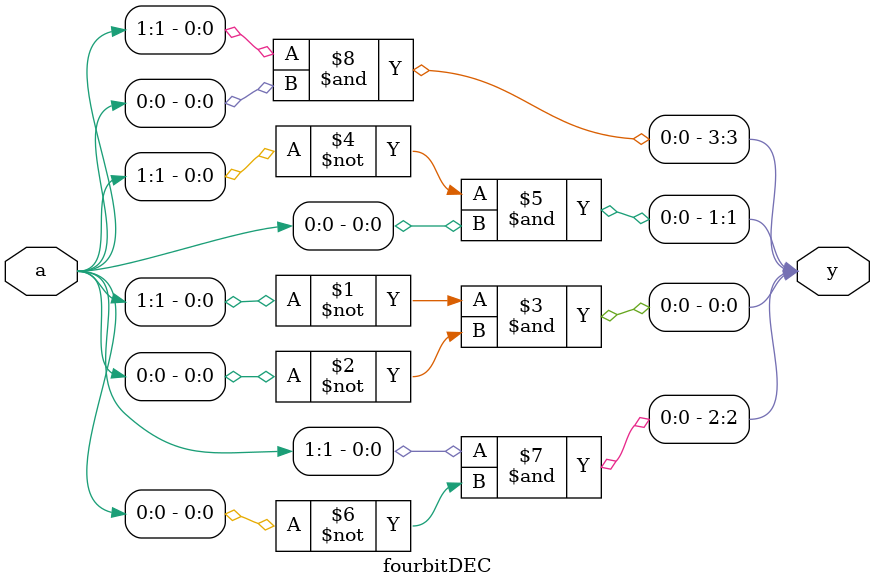
<source format=sv>
module fourbitDEC (
input logic [1:0] a,
output logic [3:0] y
);

assign y[0] = ~a[1] & ~a[0];
assign y[1] = ~a[1] & a[0];
assign y[2] = a[1] & ~a[0];
assign y[3] = a[1] & a[0];

endmodule
</source>
